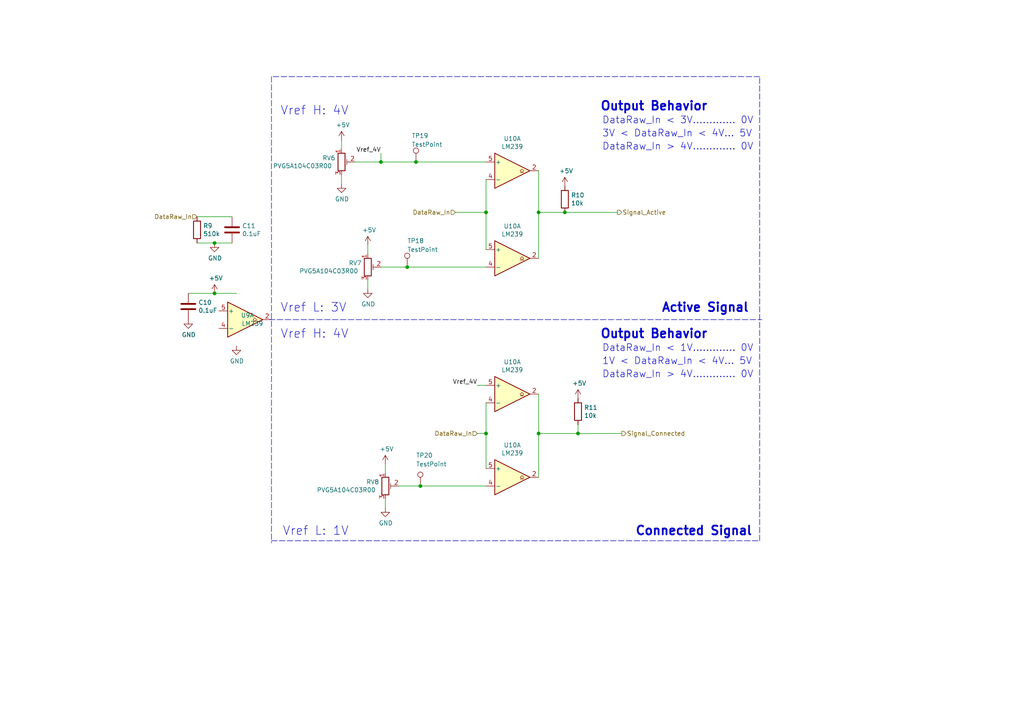
<source format=kicad_sch>
(kicad_sch (version 20211123) (generator eeschema)
  (paper "A4")
  (title_block (title "BSPD Dual Window Comparator Array") (date "2021-01-18") (rev "2") (company "Longhorn Racing Electric"))
  (lib_symbols
    (symbol "20-ELC-2-01-R1(Appetizer)-rescue:TestPoint-Connector" (pin_numbers hide) (pin_names (offset 0.762) hide)
      (property "Reference" "TP" (at 0 6.858 0))
      (property "Value" "TestPoint-Connector" (at 0 5.08 0))
      (symbol "TestPoint-Connector_0_1"
        (circle (center 0 3.302) (radius 0.762))
      )
      (symbol "TestPoint-Connector_1_1"
        (pin passive line (at 0 0 90) (length 2.54) (name "1") (number "1"))
      )
    )
    (symbol "20-ELC-2-01-R2(Appetizer)-rescue:R_POT_TRIM-Device" (pin_names (offset 1.016) hide)
      (property "Reference" "RV" (at -4.445 0 90))
      (property "Value" "R_POT_TRIM-Device" (at -2.54 0 90))
      (symbol "R_POT_TRIM-Device_0_1"
        (polyline (pts (xy 1.524 0.762) (xy 1.524 -0.762)))
        (polyline (pts (xy 2.54 0) (xy 1.524 0)))
        (rectangle (start 1.016 2.54) (end -1.016 -2.54) (stroke (width 0.254)))
      )
      (symbol "R_POT_TRIM-Device_1_1"
        (pin passive line (at 0 3.81 270) (length 1.27) (name "1") (number "1"))
        (pin passive line (at 3.81 0 180) (length 1.27) (name "2") (number "2"))
        (pin passive line (at 0 -3.81 90) (length 1.27) (name "3") (number "3"))
      )
    )
    (symbol "Comparator:LM2901" (pin_names (offset 0.127))
      (property "Reference" "U" (at 0 5.08 0))
      (property "Value" "LM2901" (at 0 -5.08 0))
      (symbol "LM2901_1_1"
        (polyline (pts (xy -5.08 5.08) (xy 5.08 0) (xy -5.08 -5.08) (xy -5.08 5.08)) (stroke (width 0.254)) (fill (type background)))
        (polyline (pts (xy 3.302 -0.508) (xy 2.794 -0.508) (xy 3.302 0) (xy 2.794 0.508) (xy 2.286 0) (xy 2.794 -0.508) (xy 2.286 -0.508)) (stroke (width 0.127)))
        (pin open_collector line (at 7.62 0 180) (length 2.54) (name "~") (number "2"))
        (pin input line (at -7.62 -2.54 0) (length 2.54) (name "-") (number "4"))
        (pin input line (at -7.62 2.54 0) (length 2.54) (name "+") (number "5"))
      )
      (symbol "LM2901_2_1"
        (polyline (pts (xy -5.08 5.08) (xy 5.08 0) (xy -5.08 -5.08) (xy -5.08 5.08)) (stroke (width 0.254)) (fill (type background)))
        (polyline (pts (xy 3.302 -0.508) (xy 2.794 -0.508) (xy 3.302 0) (xy 2.794 0.508) (xy 2.286 0) (xy 2.794 -0.508) (xy 2.286 -0.508)) (stroke (width 0.127)))
        (pin open_collector line (at 7.62 0 180) (length 2.54) (name "~") (number "1"))
        (pin input line (at -7.62 -2.54 0) (length 2.54) (name "-") (number "6"))
        (pin input line (at -7.62 2.54 0) (length 2.54) (name "+") (number "7"))
      )
      (symbol "LM2901_3_1"
        (polyline (pts (xy -5.08 5.08) (xy 5.08 0) (xy -5.08 -5.08) (xy -5.08 5.08)) (stroke (width 0.254)) (fill (type background)))
        (polyline (pts (xy 3.302 -0.508) (xy 2.794 -0.508) (xy 3.302 0) (xy 2.794 0.508) (xy 2.286 0) (xy 2.794 -0.508) (xy 2.286 -0.508)) (stroke (width 0.127)))
        (pin input line (at -7.62 -2.54 0) (length 2.54) (name "-") (number "10"))
        (pin input line (at -7.62 2.54 0) (length 2.54) (name "+") (number "11"))
        (pin open_collector line (at 7.62 0 180) (length 2.54) (name "~") (number "13"))
      )
      (symbol "LM2901_4_1"
        (polyline (pts (xy -5.08 5.08) (xy 5.08 0) (xy -5.08 -5.08) (xy -5.08 5.08)) (stroke (width 0.254)) (fill (type background)))
        (polyline (pts (xy 3.302 -0.508) (xy 2.794 -0.508) (xy 3.302 0) (xy 2.794 0.508) (xy 2.286 0) (xy 2.794 -0.508) (xy 2.286 -0.508)) (stroke (width 0.127)))
        (pin open_collector line (at 7.62 0 180) (length 2.54) (name "~") (number "14"))
        (pin input line (at -7.62 -2.54 0) (length 2.54) (name "-") (number "8"))
        (pin input line (at -7.62 2.54 0) (length 2.54) (name "+") (number "9"))
      )
      (symbol "LM2901_5_1"
        (pin power_in line (at -2.54 -7.62 90) (length 3.81) (name "V-") (number "12"))
        (pin power_in line (at -2.54 7.62 270) (length 3.81) (name "V+") (number "3"))
      )
    )
    (symbol "Comparator:LM339" (pin_names (offset 0.127))
      (property "Reference" "U" (at 0 5.08 0))
      (property "Value" "LM339" (at 0 -5.08 0))
      (symbol "LM339_1_1"
        (polyline (pts (xy -5.08 5.08) (xy 5.08 0) (xy -5.08 -5.08) (xy -5.08 5.08)) (stroke (width 0.254)) (fill (type background)))
        (polyline (pts (xy 3.302 -0.508) (xy 2.794 -0.508) (xy 3.302 0) (xy 2.794 0.508) (xy 2.286 0) (xy 2.794 -0.508) (xy 2.286 -0.508)) (stroke (width 0.127)))
        (pin open_collector line (at 7.62 0 180) (length 2.54) (name "~") (number "2"))
        (pin input line (at -7.62 -2.54 0) (length 2.54) (name "-") (number "4"))
        (pin input line (at -7.62 2.54 0) (length 2.54) (name "+") (number "5"))
      )
      (symbol "LM339_2_1"
        (polyline (pts (xy -5.08 5.08) (xy 5.08 0) (xy -5.08 -5.08) (xy -5.08 5.08)) (stroke (width 0.254)) (fill (type background)))
        (polyline (pts (xy 3.302 -0.508) (xy 2.794 -0.508) (xy 3.302 0) (xy 2.794 0.508) (xy 2.286 0) (xy 2.794 -0.508) (xy 2.286 -0.508)) (stroke (width 0.127)))
        (pin open_collector line (at 7.62 0 180) (length 2.54) (name "~") (number "1"))
        (pin input line (at -7.62 -2.54 0) (length 2.54) (name "-") (number "6"))
        (pin input line (at -7.62 2.54 0) (length 2.54) (name "+") (number "7"))
      )
      (symbol "LM339_3_1"
        (polyline (pts (xy -5.08 5.08) (xy 5.08 0) (xy -5.08 -5.08) (xy -5.08 5.08)) (stroke (width 0.254)) (fill (type background)))
        (polyline (pts (xy 3.302 -0.508) (xy 2.794 -0.508) (xy 3.302 0) (xy 2.794 0.508) (xy 2.286 0) (xy 2.794 -0.508) (xy 2.286 -0.508)) (stroke (width 0.127)))
        (pin input line (at -7.62 -2.54 0) (length 2.54) (name "-") (number "10"))
        (pin input line (at -7.62 2.54 0) (length 2.54) (name "+") (number "11"))
        (pin open_collector line (at 7.62 0 180) (length 2.54) (name "~") (number "13"))
      )
      (symbol "LM339_4_1"
        (polyline (pts (xy -5.08 5.08) (xy 5.08 0) (xy -5.08 -5.08) (xy -5.08 5.08)) (stroke (width 0.254)) (fill (type background)))
        (polyline (pts (xy 3.302 -0.508) (xy 2.794 -0.508) (xy 3.302 0) (xy 2.794 0.508) (xy 2.286 0) (xy 2.794 -0.508) (xy 2.286 -0.508)) (stroke (width 0.127)))
        (pin open_collector line (at 7.62 0 180) (length 2.54) (name "~") (number "14"))
        (pin input line (at -7.62 -2.54 0) (length 2.54) (name "-") (number "8"))
        (pin input line (at -7.62 2.54 0) (length 2.54) (name "+") (number "9"))
      )
      (symbol "LM339_5_1"
        (pin power_in line (at -2.54 -7.62 90) (length 3.81) (name "V-") (number "12"))
        (pin power_in line (at -2.54 7.62 270) (length 3.81) (name "V+") (number "3"))
      )
    )
    (symbol "Device:C" (pin_numbers hide) (pin_names (offset 0.254))
      (property "Reference" "C" (at 0.635 2.54 0))
      (property "Value" "C" (at 0.635 -2.54 0))
      (symbol "C_0_1"
        (polyline (pts (xy -2.032 -0.762) (xy 2.032 -0.762)) (stroke (width 0.508)))
        (polyline (pts (xy -2.032 0.762) (xy 2.032 0.762)) (stroke (width 0.508)))
      )
      (symbol "C_1_1"
        (pin passive line (at 0 3.81 270) (length 2.794) (name "~") (number "1"))
        (pin passive line (at 0 -3.81 90) (length 2.794) (name "~") (number "2"))
      )
    )
    (symbol "Device:R" (pin_numbers hide) (pin_names (offset 0))
      (property "Reference" "R" (at 2.032 0 90))
      (property "Value" "R" (at 0 0 90))
      (symbol "R_0_1"
        (rectangle (start -1.016 -2.54) (end 1.016 2.54) (stroke (width 0.254)))
      )
      (symbol "R_1_1"
        (pin passive line (at 0 3.81 270) (length 1.27) (name "~") (number "1"))
        (pin passive line (at 0 -3.81 90) (length 1.27) (name "~") (number "2"))
      )
    )
    (symbol "power:+5V" (power) (pin_names (offset 0))
      (property "Value" "+5V" (at 0 3.556 0))
      (symbol "+5V_0_1"
        (polyline (pts (xy -0.762 1.27) (xy 0 2.54)))
        (polyline (pts (xy 0 0) (xy 0 2.54)))
        (polyline (pts (xy 0 2.54) (xy 0.762 1.27)))
      )
      (symbol "+5V_1_1"
        (pin power_in line (at 0 0 90) (length 0) hide (name "+5V") (number "1"))
      )
    )
    (symbol "power:GND" (power) (pin_names (offset 0))
      (property "Value" "GND" (at 0 -3.81 0))
      (symbol "GND_0_1"
        (polyline (pts (xy 0 0) (xy 0 -1.27) (xy 1.27 -1.27) (xy 0 -2.54) (xy -1.27 -1.27) (xy 0 -1.27)))
      )
      (symbol "GND_1_1"
        (pin power_in line (at 0 0 270) (length 0) hide (name "GND") (number "1"))
      )
    )
  )
  (junction (at 140.97 61.595))
  (junction (at 140.97 125.73))
  (junction (at 121.92 140.97))
  (junction (at 167.64 125.73))
  (junction (at 110.49 46.99))
  (junction (at 62.23 85.09))
  (junction (at 62.23 70.485))
  (junction (at 120.65 46.99))
  (junction (at 156.21 61.595))
  (junction (at 156.21 125.73))
  (junction (at 118.11 77.47))
  (junction (at 163.83 61.595))
  (wire (pts (xy 138.43 111.76) (xy 140.97 111.76)))
  (wire (pts (xy 118.11 77.47) (xy 140.97 77.47)))
  (wire (pts (xy 140.97 52.07) (xy 140.97 61.595)))
  (wire (pts (xy 138.43 125.73) (xy 140.97 125.73)))
  (wire (pts (xy 62.23 70.485) (xy 57.15 70.485)))
  (polyline (pts (xy 220.345 156.845) (xy 220.345 22.225)))
  (wire (pts (xy 106.68 71.12) (xy 106.68 73.66)))
  (wire (pts (xy 111.76 147.32) (xy 111.76 144.78)))
  (wire (pts (xy 120.65 46.99) (xy 140.97 46.99)))
  (polyline (pts (xy 78.105 92.71) (xy 220.98 92.71)))
  (wire (pts (xy 99.06 43.18) (xy 99.06 40.64)))
  (wire (pts (xy 111.76 134.62) (xy 111.76 137.16)))
  (wire (pts (xy 156.21 114.3) (xy 156.21 125.73)))
  (wire (pts (xy 102.87 46.99) (xy 110.49 46.99)))
  (wire (pts (xy 140.97 125.73) (xy 140.97 135.89)))
  (wire (pts (xy 156.21 61.595) (xy 163.83 61.595)))
  (wire (pts (xy 99.06 50.8) (xy 99.06 53.34)))
  (wire (pts (xy 67.31 70.485) (xy 62.23 70.485)))
  (polyline (pts (xy 220.345 22.225) (xy 78.74 22.225)))
  (wire (pts (xy 156.21 125.73) (xy 156.21 138.43)))
  (wire (pts (xy 156.21 61.595) (xy 156.21 74.93)))
  (wire (pts (xy 54.61 85.09) (xy 62.23 85.09)))
  (wire (pts (xy 140.97 116.84) (xy 140.97 125.73)))
  (wire (pts (xy 156.21 49.53) (xy 156.21 61.595)))
  (wire (pts (xy 110.49 77.47) (xy 118.11 77.47)))
  (wire (pts (xy 106.68 83.82) (xy 106.68 81.28)))
  (polyline (pts (xy 78.74 156.845) (xy 220.345 156.845)))
  (wire (pts (xy 115.57 140.97) (xy 121.92 140.97)))
  (wire (pts (xy 167.64 125.73) (xy 180.34 125.73)))
  (wire (pts (xy 62.23 85.09) (xy 68.58 85.09)))
  (polyline (pts (xy 78.74 22.225) (xy 78.74 157.48)))
  (wire (pts (xy 132.08 61.595) (xy 140.97 61.595)))
  (wire (pts (xy 156.21 125.73) (xy 167.64 125.73)))
  (wire (pts (xy 163.83 61.595) (xy 179.07 61.595)))
  (wire (pts (xy 57.15 62.865) (xy 67.31 62.865)))
  (wire (pts (xy 121.92 140.97) (xy 140.97 140.97)))
  (wire (pts (xy 110.49 46.99) (xy 120.65 46.99)))
  (wire (pts (xy 140.97 61.595) (xy 140.97 72.39)))
  (wire (pts (xy 167.64 123.19) (xy 167.64 125.73)))
  (wire (pts (xy 110.49 44.45) (xy 110.49 46.99)))
  (text "DataRaw_In > 4V............. 0V\n\n" (at 174.625 113.03 0) (effects (font (size 2.0066 2.0066)) (justify left bottom)))
  (text "Vref H: 4V\n" (at 81.28 33.655 0) (effects (font (size 2.54 2.54)) (justify left bottom)))
  (text "DataRaw_In < 3V............. 0V\n\n" (at 174.625 39.37 0) (effects (font (size 2.0066 2.0066)) (justify left bottom)))
  (text "Output Behavior\n" (at 173.99 32.385 0) (effects (font (size 2.54 2.54) (thickness 0.508) bold) (justify left bottom)))
  (text "Connected Signal" (at 184.15 155.575 0) (effects (font (size 2.54 2.54) (thickness 0.508) bold) (justify left bottom)))
  (text "3V < DataRaw_In < 4V... 5V\n\n" (at 174.625 43.18 0) (effects (font (size 2.0066 2.0066)) (justify left bottom)))
  (text "DataRaw_In < 1V............. 0V\n\n" (at 174.625 105.41 0) (effects (font (size 2.0066 2.0066)) (justify left bottom)))
  (text "Output Behavior\n" (at 173.99 98.425 0) (effects (font (size 2.54 2.54) (thickness 0.508) bold) (justify left bottom)))
  (text "DataRaw_In > 4V............. 0V\n\n" (at 174.625 46.99 0) (effects (font (size 2.0066 2.0066)) (justify left bottom)))
  (text "Vref L: 3V\n" (at 81.28 90.805 0) (effects (font (size 2.54 2.54)) (justify left bottom)))
  (text "Vref H: 4V\n" (at 81.28 98.425 0) (effects (font (size 2.54 2.54)) (justify left bottom)))
  (text "Active Signal\n" (at 191.77 90.805 0) (effects (font (size 2.54 2.54) (thickness 0.508) bold) (justify left bottom)))
  (text "1V < DataRaw_In < 4V... 5V\n\n" (at 174.625 109.22 0) (effects (font (size 2.0066 2.0066)) (justify left bottom)))
  (text "Vref L: 1V\n" (at 81.915 155.575 0) (effects (font (size 2.54 2.54)) (justify left bottom)))
  (label "Vref_4V" (at 138.43 111.76 180))
  (label "Vref_4V" (at 110.49 44.45 180))
  (hierarchical_label "DataRaw_In" (shape input) (at 132.08 61.595 180))
  (hierarchical_label "Signal_Active" (shape output) (at 179.07 61.595 0))
  (hierarchical_label "DataRaw_In" (shape input) (at 138.43 125.73 180))
  (hierarchical_label "Signal_Connected" (shape output) (at 180.34 125.73 0))
  (hierarchical_label "DataRaw_In" (shape input) (at 57.15 62.865 180))
  (symbol (lib_id "Comparator:LM339") (at 71.12 92.71 0)
    (property "Reference" "U9" (at 69.85 91.44 0) (effects (justify left)))
    (property "Value" "LM239" (at 70.0532 93.853 0) (effects (justify left)))
    (property "Footprint" "Package_SO:SO-14_3.9x8.65mm_P1.27mm" (effects hide))
    (property "Datasheet" "https://www.st.com/resource/en/datasheet/lm139.pdf" (effects hide))
    (property "Description" "IC COMP QUAD LOW PWR 14SOIC" (effects hide))
    (property "Manufacturer" "STMicroelectronics" (effects hide))
    (property "Part Number" "LM239DT" (effects hide))
    (property "Package" "14-SOIC" (effects hide))
  )
  (symbol (lib_id "power:+5V") (at 62.23 85.09 0)
    (property "Reference" "#PWR053" (effects hide))
    (property "Value" "+5V" (at 62.611 80.6958 0))
  )
  (symbol (lib_id "Device:R") (at 163.83 57.785 180)
    (property "Reference" "R10" (at 165.608 56.6166 0) (effects (justify right)))
    (property "Value" "10k" (at 165.608 58.928 0) (effects (justify right)))
    (property "Footprint" "Resistor_SMD:R_0603_1608Metric_Pad0.98x0.95mm_HandSolder" (effects hide))
    (property "Description" "RES SMD 10K OHM 1% 0603 " (effects hide))
    (property "Package" "0603" (effects hide))
    (property "Manufacturer" "." (effects hide))
    (property "Part Number" "." (effects hide))
  )
  (symbol (lib_id "power:+5V") (at 163.83 53.975 0)
    (property "Reference" "#PWR061" (effects hide))
    (property "Value" "+5V" (at 164.211 49.5808 0))
  )
  (symbol (lib_id "power:GND") (at 54.61 92.71 0)
    (property "Reference" "#PWR051" (effects hide))
    (property "Value" "GND" (at 54.737 97.1042 0))
  )
  (symbol (lib_id "Device:C") (at 54.61 88.9 0)
    (property "Reference" "C10" (at 57.531 87.7316 0) (effects (justify left)))
    (property "Value" "0.1uF" (at 57.531 90.043 0) (effects (justify left)))
    (property "Footprint" "Capacitor_SMD:C_0603_1608Metric_Pad1.08x0.95mm_HandSolder" (effects hide))
    (property "Manufacturer" "." (effects hide))
    (property "Part Number" "." (effects hide))
    (property "Description" "CAP CER 0.1UF 25V X7R 0603" (effects hide))
    (property "Package" "0603" (effects hide))
  )
  (symbol (lib_id "power:GND") (at 68.58 100.33 0)
    (property "Reference" "#PWR054" (effects hide))
    (property "Value" "GND" (at 68.707 104.7242 0))
  )
  (symbol (lib_id "Device:R") (at 57.15 66.675 180)
    (property "Reference" "R9" (at 58.928 65.5066 0) (effects (justify right)))
    (property "Value" "510k" (at 58.928 67.818 0) (effects (justify right)))
    (property "Footprint" "Resistor_SMD:R_0603_1608Metric_Pad0.98x0.95mm_HandSolder" (effects hide))
    (property "Description" "RES SMD 510K OHM 1% 0603 " (effects hide))
    (property "Package" "0603" (effects hide))
    (property "Manufacturer" "." (effects hide))
    (property "Part Number" "." (effects hide))
  )
  (symbol (lib_id "power:GND") (at 62.23 70.485 0)
    (property "Reference" "#PWR052" (effects hide))
    (property "Value" "GND" (at 62.357 74.8792 0))
  )
  (symbol (lib_id "Device:C") (at 67.31 66.675 0)
    (property "Reference" "C11" (at 70.231 65.5066 0) (effects (justify left)))
    (property "Value" "0.1uF" (at 70.231 67.818 0) (effects (justify left)))
    (property "Footprint" "Capacitor_SMD:C_0603_1608Metric_Pad1.08x0.95mm_HandSolder" (effects hide))
    (property "Manufacturer" "." (effects hide))
    (property "Part Number" "." (effects hide))
    (property "Description" "CAP CER 0.1UF 25V X7R 0603" (effects hide))
    (property "Package" "0603" (effects hide))
  )
  (symbol (lib_id "20-ELC-2-01-R1(Appetizer)-rescue:TestPoint-Connector") (at 120.65 46.99 0)
    (property "Reference" "TP19" (at 119.38 39.37 0) (effects (justify left)))
    (property "Value" "TestPoint" (at 119.38 41.91 0) (effects (justify left)))
    (property "Footprint" "TestPoint:TestPoint_THTPad_D1.0mm_Drill0.5mm" (effects hide))
  )
  (symbol (lib_id "20-ELC-2-01-R1(Appetizer)-rescue:TestPoint-Connector") (at 118.11 77.47 0)
    (property "Reference" "TP18" (at 118.11 69.85 0) (effects (justify left)))
    (property "Value" "TestPoint" (at 118.11 72.39 0) (effects (justify left)))
    (property "Footprint" "TestPoint:TestPoint_THTPad_D1.0mm_Drill0.5mm" (effects hide))
  )
  (symbol (lib_id "20-ELC-2-01-R1(Appetizer)-rescue:TestPoint-Connector") (at 121.92 140.97 0)
    (property "Reference" "TP20" (at 120.65 132.08 0) (effects (justify left)))
    (property "Value" "TestPoint" (at 120.65 134.62 0) (effects (justify left)))
    (property "Footprint" "TestPoint:TestPoint_THTPad_D1.0mm_Drill0.5mm" (effects hide))
  )
  (symbol (lib_id "20-ELC-2-01-R2(Appetizer)-rescue:R_POT_TRIM-Device") (at 99.06 46.99 0)
    (property "Reference" "RV6" (at 97.282 45.8216 0) (effects (justify right)))
    (property "Value" "PVG5A104C03R00 " (at 97.282 48.133 0) (effects (justify right)))
    (property "Footprint" "Global Libraries:PVG5A" (effects hide))
    (property "Datasheet" "https://www.mouser.com/datasheet/2/54/pvg5-907351.pdf" (effects hide))
    (property "Notes" "10k/40.2k voltage division" (effects hide))
  )
  (symbol (lib_id "20-ELC-2-01-R2(Appetizer)-rescue:R_POT_TRIM-Device") (at 106.68 77.47 0)
    (property "Reference" "RV7" (at 104.902 76.3016 0) (effects (justify right)))
    (property "Value" "PVG5A104C03R00 " (at 104.902 78.613 0) (effects (justify right)))
    (property "Footprint" "Global Libraries:PVG5A" (effects hide))
    (property "Datasheet" "https://www.mouser.com/datasheet/2/54/pvg5-907351.pdf" (effects hide))
    (property "Notes" "voltage division 20k/30.1k" (effects hide))
  )
  (symbol (lib_id "power:GND") (at 99.06 53.34 0)
    (property "Reference" "#PWR056" (effects hide))
    (property "Value" "GND" (at 99.187 57.7342 0))
  )
  (symbol (lib_id "Comparator:LM2901") (at 148.59 74.93 0)
    (property "Reference" "U10" (at 148.59 65.6082 0))
    (property "Value" "LM239" (at 148.59 67.9196 0))
    (property "Footprint" "Package_SO:SO-14_3.9x8.65mm_P1.27mm" (effects hide))
    (property "Datasheet" "https://www.st.com/resource/en/datasheet/lm139.pdf" (effects hide))
    (property "Manufacturer" "STMicroelectronics" (effects hide))
    (property "Part Number" "LM239DT" (effects hide))
    (property "Description" "IC COMP QUAD LOW PWR 14SOIC" (effects hide))
    (property "Package" "14-SOIC" (effects hide))
  )
  (symbol (lib_id "Comparator:LM2901") (at 148.59 49.53 0)
    (property "Reference" "U10" (at 148.59 40.2082 0))
    (property "Value" "LM239" (at 148.59 42.5196 0))
    (property "Footprint" "Package_SO:SO-14_3.9x8.65mm_P1.27mm" (effects hide))
    (property "Datasheet" "https://www.st.com/resource/en/datasheet/lm139.pdf" (effects hide))
    (property "Description" "IC COMP QUAD LOW PWR 14SOIC" (effects hide))
    (property "Manufacturer" "STMicroelectronics" (effects hide))
    (property "Part Number" "LM239DT" (effects hide))
    (property "Package" "14-SOIC" (effects hide))
  )
  (symbol (lib_id "power:+5V") (at 106.68 71.12 0)
    (property "Reference" "#PWR057" (effects hide))
    (property "Value" "+5V" (at 107.061 66.7258 0))
  )
  (symbol (lib_id "power:GND") (at 106.68 83.82 0)
    (property "Reference" "#PWR058" (effects hide))
    (property "Value" "GND" (at 106.807 88.2142 0))
  )
  (symbol (lib_id "20-ELC-2-01-R2(Appetizer)-rescue:R_POT_TRIM-Device") (at 111.76 140.97 0)
    (property "Reference" "RV8" (at 109.982 139.8016 0) (effects (justify right)))
    (property "Value" "PVG5A104C03R00 " (at 109.982 142.113 0) (effects (justify right)))
    (property "Footprint" "Global Libraries:PVG5A" (effects hide))
    (property "Datasheet" "https://www.mouser.com/datasheet/2/54/pvg5-907351.pdf" (effects hide))
    (property "Notes" "voltage division 40.2k/10k" (effects hide))
  )
  (symbol (lib_id "Comparator:LM2901") (at 148.59 138.43 0)
    (property "Reference" "U10" (at 148.59 129.1082 0))
    (property "Value" "LM239" (at 148.59 131.4196 0))
    (property "Footprint" "Package_SO:SO-14_3.9x8.65mm_P1.27mm" (effects hide))
    (property "Datasheet" "https://www.st.com/resource/en/datasheet/lm139.pdf" (effects hide))
    (property "Manufacturer" "STMicroelectronics" (effects hide))
    (property "Part Number" "LM239DT" (effects hide))
    (property "Description" "IC COMP QUAD LOW PWR 14SOIC" (effects hide))
    (property "Package" "14-SOIC" (effects hide))
  )
  (symbol (lib_id "Comparator:LM2901") (at 148.59 114.3 0)
    (property "Reference" "U10" (at 148.59 104.9782 0))
    (property "Value" "LM239" (at 148.59 107.2896 0))
    (property "Footprint" "Package_SO:SO-14_3.9x8.65mm_P1.27mm" (effects hide))
    (property "Datasheet" "https://www.st.com/resource/en/datasheet/lm139.pdf" (effects hide))
    (property "Manufacturer" "STMicroelectronics" (effects hide))
    (property "Part Number" "LM239DT" (effects hide))
    (property "Description" "IC COMP QUAD LOW PWR 14SOIC" (effects hide))
    (property "Package" "14-SOIC" (effects hide))
  )
  (symbol (lib_id "power:+5V") (at 99.06 40.64 0)
    (property "Reference" "#PWR055" (effects hide))
    (property "Value" "+5V" (at 99.441 36.2458 0))
  )
  (symbol (lib_id "Device:R") (at 167.64 119.38 0)
    (property "Reference" "R11" (at 169.418 118.2116 0) (effects (justify left)))
    (property "Value" "10k" (at 169.418 120.523 0) (effects (justify left)))
    (property "Footprint" "Resistor_SMD:R_0603_1608Metric_Pad0.98x0.95mm_HandSolder" (effects hide))
    (property "Description" "RES SMD 10K OHM 1% 0603 " (effects hide))
    (property "Package" "0603" (effects hide))
  )
  (symbol (lib_id "power:+5V") (at 167.64 115.57 0)
    (property "Reference" "#PWR062" (effects hide))
    (property "Value" "+5V" (at 168.021 111.1758 0))
  )
  (symbol (lib_id "power:+5V") (at 111.76 134.62 0)
    (property "Reference" "#PWR059" (effects hide))
    (property "Value" "+5V" (at 112.141 130.2258 0))
  )
  (symbol (lib_id "power:GND") (at 111.76 147.32 0)
    (property "Reference" "#PWR060" (effects hide))
    (property "Value" "GND" (at 111.887 151.7142 0))
  )
)
</source>
